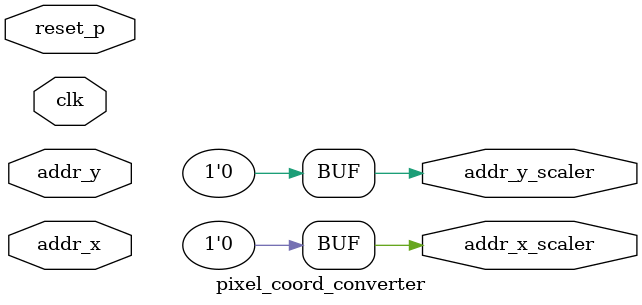
<source format=v>
module pixel_coord_converter
    (input clk, reset_p,
    input addr_x, addr_y,
    output addr_x_scaler, addr_y_scaler);

    parameter scale_factor = 2;
    localparam bit_shift = $clog2(scale_factor);

    assign addr_x_scaler = addr_x>>bit_shift;
    assign addr_y_scaler = addr_y>>bit_shift;
endmodule
</source>
